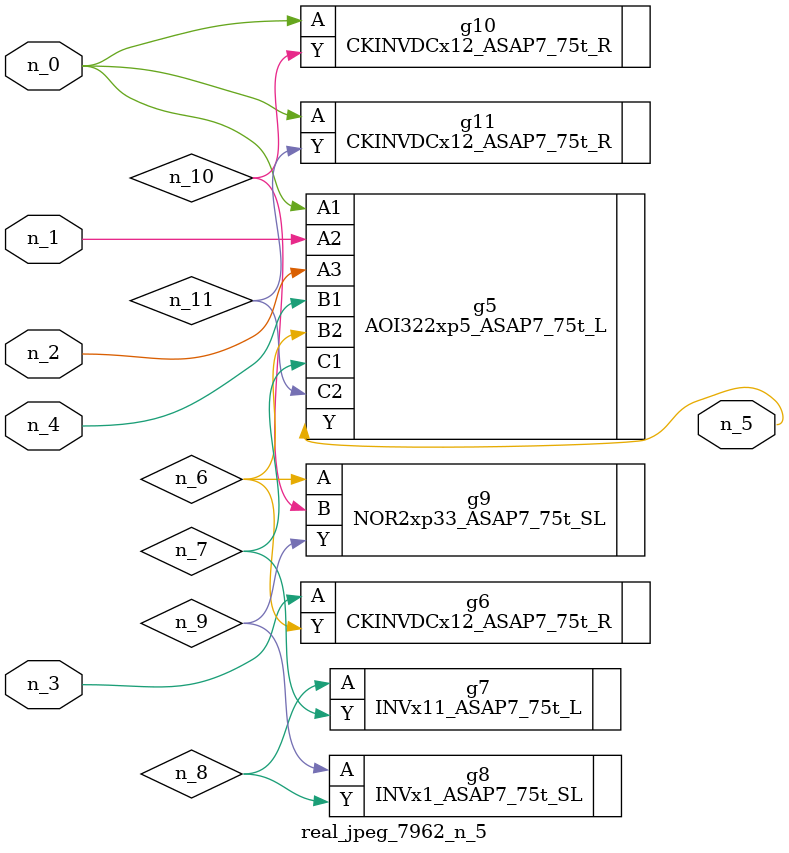
<source format=v>
module real_jpeg_7962_n_5 (n_4, n_0, n_1, n_2, n_3, n_5);

input n_4;
input n_0;
input n_1;
input n_2;
input n_3;

output n_5;

wire n_8;
wire n_11;
wire n_6;
wire n_7;
wire n_10;
wire n_9;

AOI322xp5_ASAP7_75t_L g5 ( 
.A1(n_0),
.A2(n_1),
.A3(n_2),
.B1(n_4),
.B2(n_6),
.C1(n_7),
.C2(n_11),
.Y(n_5)
);

CKINVDCx12_ASAP7_75t_R g10 ( 
.A(n_0),
.Y(n_10)
);

CKINVDCx12_ASAP7_75t_R g11 ( 
.A(n_0),
.Y(n_11)
);

CKINVDCx12_ASAP7_75t_R g6 ( 
.A(n_3),
.Y(n_6)
);

NOR2xp33_ASAP7_75t_SL g9 ( 
.A(n_6),
.B(n_10),
.Y(n_9)
);

INVx11_ASAP7_75t_L g7 ( 
.A(n_8),
.Y(n_7)
);

INVx1_ASAP7_75t_SL g8 ( 
.A(n_9),
.Y(n_8)
);


endmodule
</source>
